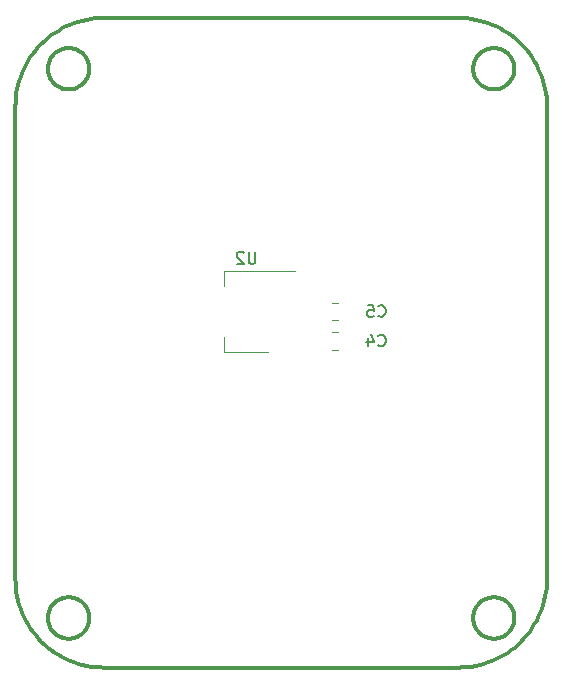
<source format=gbr>
%TF.GenerationSoftware,KiCad,Pcbnew,6.0.9+dfsg-1~bpo11+1*%
%TF.CreationDate,2022-12-30T14:53:09-06:00*%
%TF.ProjectId,Pedals,50656461-6c73-42e6-9b69-6361645f7063,rev?*%
%TF.SameCoordinates,Original*%
%TF.FileFunction,Legend,Bot*%
%TF.FilePolarity,Positive*%
%FSLAX46Y46*%
G04 Gerber Fmt 4.6, Leading zero omitted, Abs format (unit mm)*
G04 Created by KiCad (PCBNEW 6.0.9+dfsg-1~bpo11+1) date 2022-12-30 14:53:09*
%MOMM*%
%LPD*%
G01*
G04 APERTURE LIST*
%TA.AperFunction,Profile*%
%ADD10C,0.349999*%
%TD*%
%ADD11C,0.150000*%
%ADD12C,0.120000*%
G04 APERTURE END LIST*
D10*
X163336833Y-77300384D02*
X163402943Y-77352336D01*
X164097310Y-77664445D02*
X164183488Y-77679835D01*
X164359941Y-77697722D02*
X164449996Y-77699999D01*
X125210088Y-74988996D02*
X125421681Y-74687955D01*
X129208697Y-124027430D02*
X129284154Y-123988784D01*
X168510819Y-76621198D02*
X168625807Y-76968736D01*
X165852333Y-121402946D02*
X165800381Y-121336836D01*
X129268735Y-71974189D02*
X129621871Y-71876192D01*
X162911211Y-76784153D02*
X162953349Y-76857438D01*
X126702277Y-122540054D02*
X126709035Y-122628927D01*
X164012643Y-124144904D02*
X164097310Y-124164445D01*
X130144905Y-76387352D02*
X130164446Y-76302685D01*
X128921198Y-72089177D02*
X129268735Y-71974189D01*
X165745378Y-77126660D02*
X165800381Y-77063162D01*
X126953353Y-123357438D02*
X126998872Y-123428441D01*
X130190964Y-76128927D02*
X130197722Y-76040054D01*
X129563162Y-77300384D02*
X129626660Y-77245381D01*
X168913296Y-78408717D02*
X168940779Y-78778096D01*
X129626660Y-121154617D02*
X129563162Y-121099614D01*
X125013959Y-75299323D02*
X125210088Y-74988996D01*
X164449996Y-77699999D02*
X164449996Y-77699999D01*
X166093807Y-75348290D02*
X166062472Y-75268820D01*
X131449999Y-71650000D02*
X161449996Y-71650000D01*
X123986700Y-78408717D02*
X124032193Y-78042476D01*
X130179835Y-122716507D02*
X130190964Y-122628927D01*
X127768820Y-124062475D02*
X127848290Y-124093810D01*
X127288995Y-72910088D02*
X127599322Y-72713959D01*
X124669112Y-75945376D02*
X124833549Y-75618321D01*
X165912041Y-73121681D02*
X166203181Y-73348484D01*
X126755094Y-122012646D02*
X126735553Y-122097313D01*
X129563162Y-121099614D02*
X129497053Y-121047662D01*
X166093807Y-123051708D02*
X166121319Y-122970396D01*
X164628923Y-124190964D02*
X164716504Y-124179835D01*
X165051705Y-124093810D02*
X165131175Y-124062475D01*
X130164446Y-122097313D02*
X130144905Y-122012646D01*
X165357435Y-120953352D02*
X165284150Y-120911214D01*
X168804554Y-77679989D02*
X168867803Y-78042476D01*
X128802686Y-74235553D02*
X128716507Y-74220163D01*
X165208694Y-124027430D02*
X165284150Y-123988784D01*
X129208697Y-77527430D02*
X129284154Y-77488784D01*
X128887352Y-124144904D02*
X128970396Y-124121323D01*
X129745381Y-121273338D02*
X129687437Y-121212562D01*
X125890241Y-74116192D02*
X126146699Y-73846699D01*
X166190961Y-122628927D02*
X166197719Y-122540054D01*
X163402943Y-123852336D02*
X163471554Y-123901127D01*
X165901124Y-121471557D02*
X165852333Y-121402946D01*
X128271072Y-74209034D02*
X128183491Y-74220163D01*
X162755091Y-122887352D02*
X162778672Y-122970396D01*
X128449999Y-120699999D02*
X128449999Y-120699999D01*
X128449999Y-124199999D02*
X128449999Y-124199999D01*
X129626660Y-123745381D02*
X129687437Y-123687436D01*
X130121323Y-122970396D02*
X130144905Y-122887352D01*
X162998868Y-74971557D02*
X162953349Y-75042560D01*
X129946646Y-75042560D02*
X129901127Y-74971557D01*
X125648483Y-123903185D02*
X125421681Y-123612045D01*
X129800385Y-121336836D02*
X129745381Y-121273338D01*
X127154617Y-123626660D02*
X127212562Y-123687436D01*
X124274189Y-121331264D02*
X124176192Y-120978129D01*
X162872565Y-75191301D02*
X162837519Y-75268820D01*
X162778672Y-75429602D02*
X162755091Y-75512646D01*
X166483805Y-73590241D02*
X166753299Y-73846699D01*
X168949996Y-119150000D02*
X168940779Y-119521903D01*
X164887349Y-124144904D02*
X164970393Y-124121323D01*
X162720160Y-76216507D02*
X162735550Y-76302685D01*
X166199996Y-122449999D02*
X166199996Y-122449999D01*
X166179832Y-122716507D02*
X166190961Y-122628927D01*
X126702277Y-122359944D02*
X126700000Y-122449999D01*
X167886037Y-123000677D02*
X167689909Y-123311004D01*
X163047659Y-74902946D02*
X162998868Y-74971557D01*
X165852333Y-76997052D02*
X165901124Y-76928441D01*
X129626660Y-74654617D02*
X129563162Y-74599614D01*
X129428441Y-77401127D02*
X129497053Y-77352336D01*
X127336837Y-123800384D02*
X127402946Y-123852336D01*
X162735550Y-76302685D02*
X162755091Y-76387352D01*
X166199996Y-75949999D02*
X166197719Y-75859944D01*
X130093810Y-121848290D02*
X130062476Y-121768820D01*
X125421681Y-123612045D02*
X125210088Y-123311004D01*
X128012647Y-74255094D02*
X127929603Y-74278675D01*
X130027430Y-76708697D02*
X130062476Y-76631178D01*
X129357438Y-77446646D02*
X129428441Y-77401127D01*
X163212559Y-121212562D02*
X163154614Y-121273338D01*
X126806189Y-76551708D02*
X126837523Y-76631178D01*
X127615845Y-120911214D02*
X127542560Y-120953352D01*
X124176192Y-77321871D02*
X124274189Y-76968736D01*
X130062476Y-123131178D02*
X130093810Y-123051708D01*
X129621871Y-126423808D02*
X129268735Y-126325811D01*
X126696815Y-124951517D02*
X126416192Y-124709760D01*
X165131175Y-120837523D02*
X165051705Y-120806188D01*
X164970393Y-74278675D02*
X164887349Y-74255094D01*
X131449999Y-71650000D02*
X131449999Y-71650000D01*
X128802686Y-124164445D02*
X128887352Y-124144904D01*
X130093810Y-123051708D02*
X130121323Y-122970396D01*
X162911211Y-121615845D02*
X162872565Y-121691301D01*
X162720160Y-75683491D02*
X162709031Y-75771071D01*
X165284150Y-123988784D02*
X165357435Y-123946646D01*
X130199999Y-75949999D02*
X130199999Y-75949999D01*
X168867803Y-120257523D02*
X168804554Y-120620010D01*
X131449999Y-126650000D02*
X131449999Y-126650000D01*
X166197719Y-122359944D02*
X166190961Y-122271071D01*
X165131175Y-124062475D02*
X165208694Y-124027430D01*
X162911211Y-75115845D02*
X162872565Y-75191301D01*
X130027430Y-123208697D02*
X130062476Y-123131178D01*
X163615842Y-120911214D02*
X163542557Y-120953352D01*
X163631260Y-126325811D02*
X163278125Y-126423808D01*
X126720163Y-122183491D02*
X126709035Y-122271071D01*
X128802686Y-77664445D02*
X128887352Y-77644904D01*
X164359941Y-74202276D02*
X164271068Y-74209034D01*
X163615842Y-74411214D02*
X163542557Y-74453352D01*
X165284150Y-74411214D02*
X165208694Y-74372568D01*
X126953353Y-76857438D02*
X126998872Y-76928441D01*
X126735553Y-75597313D02*
X126720163Y-75683491D01*
X162709031Y-75771071D02*
X162702273Y-75859944D01*
X127154617Y-77126660D02*
X127212562Y-77187436D01*
X166062472Y-76631178D02*
X166093807Y-76551708D01*
X127099614Y-77063162D02*
X127154617Y-77126660D01*
X162837519Y-75268820D02*
X162806185Y-75348290D01*
X123959217Y-78778096D02*
X123986700Y-78408717D01*
X127848290Y-74306188D02*
X127768820Y-74337523D01*
X164981675Y-72533549D02*
X165300674Y-72713959D01*
X166062472Y-121768820D02*
X166027427Y-121691301D01*
X129131179Y-74337523D02*
X129051708Y-74306188D01*
X124833549Y-122681679D02*
X124669112Y-122354623D01*
X127336837Y-121099614D02*
X127273339Y-121154617D01*
X166753299Y-124453303D02*
X166753299Y-124453303D01*
X162720160Y-122716507D02*
X162735550Y-122802685D01*
X128970396Y-120778675D02*
X128887352Y-120755094D01*
X126998872Y-74971557D02*
X126953353Y-75042560D01*
X166190961Y-76128927D02*
X166197719Y-76040054D01*
X127099614Y-74836836D02*
X127047662Y-74902946D01*
X168379093Y-122020126D02*
X168230884Y-122354623D01*
X129687437Y-74712562D02*
X129626660Y-74654617D01*
X126735553Y-122802685D02*
X126755094Y-122887352D01*
X165497049Y-74547662D02*
X165428438Y-74498871D01*
X127047662Y-123497052D02*
X127099614Y-123563162D01*
X164540051Y-124197722D02*
X164628923Y-124190964D01*
X166199996Y-75949999D02*
X166199996Y-75949999D01*
X163099611Y-123563162D02*
X163154614Y-123626660D01*
X129051708Y-120806188D02*
X128970396Y-120778675D01*
X130179835Y-75683491D02*
X130164446Y-75597313D01*
X127599322Y-72713959D02*
X127918321Y-72533549D01*
X166190961Y-75771071D02*
X166179832Y-75683491D01*
X130197722Y-122540054D02*
X130199999Y-122449999D01*
X162920006Y-126504558D02*
X162557519Y-126567807D01*
X165626657Y-77245381D02*
X165687433Y-77187436D01*
X164449996Y-120699999D02*
X164449996Y-120699999D01*
X163278125Y-126423808D02*
X162920006Y-126504558D01*
X126700000Y-75949999D02*
X126702277Y-76040054D01*
X127929603Y-120778675D02*
X127848290Y-120806188D01*
X129208697Y-74372568D02*
X129131179Y-74337523D01*
X124520903Y-122020126D02*
X124389177Y-121678801D01*
X127154617Y-121273338D02*
X127099614Y-121336836D01*
X168949996Y-119150000D02*
X168949996Y-119150000D01*
X128579873Y-72220903D02*
X128921198Y-72089177D01*
X129051708Y-74306188D02*
X128970396Y-74278675D01*
X123950000Y-119150000D02*
X123950000Y-79150000D01*
X128628927Y-77690964D02*
X128716507Y-77679835D01*
X166753299Y-124453303D02*
X166483805Y-124709760D01*
X163273335Y-74654617D02*
X163212559Y-74712562D01*
X165428438Y-74498871D02*
X165357435Y-74453352D01*
X126872568Y-76708697D02*
X126911215Y-76784153D01*
X164320122Y-126079096D02*
X163978797Y-126210822D01*
X164540051Y-74202276D02*
X164449996Y-74199999D01*
X163929599Y-74278675D02*
X163848287Y-74306188D01*
X129988784Y-121615845D02*
X129946646Y-121542560D01*
X126911215Y-123284153D02*
X126953353Y-123357438D01*
X128802686Y-120735553D02*
X128716507Y-120720163D01*
X162702273Y-122359944D02*
X162699996Y-122449999D01*
X127336837Y-74599614D02*
X127273339Y-74654617D01*
X166027427Y-76708697D02*
X166062472Y-76631178D01*
X131078096Y-71659217D02*
X131449999Y-71650000D01*
X164359941Y-120702276D02*
X164271068Y-120709034D01*
X127471557Y-123901127D02*
X127542560Y-123946646D01*
X165497049Y-77352336D02*
X165563159Y-77300384D01*
X163848287Y-124093810D02*
X163929599Y-124121323D01*
X127212562Y-74712562D02*
X127154617Y-74773338D01*
X129979989Y-71795442D02*
X130342476Y-71732193D01*
X165051705Y-74306188D02*
X164970393Y-74278675D01*
X165300674Y-72713959D02*
X165611001Y-72910088D01*
X127154617Y-74773338D02*
X127099614Y-74836836D01*
X166121319Y-76470396D02*
X166144901Y-76387352D01*
X129852337Y-74902946D02*
X129800385Y-74836836D01*
X164183488Y-120720163D02*
X164097310Y-120735553D01*
X126872568Y-75191301D02*
X126837523Y-75268820D01*
X128449999Y-77699999D02*
X128449999Y-77699999D01*
X165051705Y-77593810D02*
X165131175Y-77562475D01*
X166197719Y-122540054D02*
X166199996Y-122449999D01*
X163768817Y-77562475D02*
X163848287Y-77593810D01*
X127929603Y-124121323D02*
X128012647Y-124144904D01*
X128716507Y-77679835D02*
X128802686Y-77664445D01*
X168949996Y-79150000D02*
X168949996Y-119150000D01*
X161449996Y-71650000D02*
X161449996Y-71650000D01*
X162702273Y-76040054D02*
X162709031Y-76128927D01*
X166062472Y-75268820D02*
X166027427Y-75191301D01*
X129745381Y-77126660D02*
X129800385Y-77063162D01*
X127691302Y-74372568D02*
X127615845Y-74411214D01*
X127848290Y-120806188D02*
X127768820Y-120837523D01*
X168723804Y-77321871D02*
X168804554Y-77679989D01*
X130144905Y-122012646D02*
X130121323Y-121929602D01*
X127212562Y-77187436D02*
X127273339Y-77245381D01*
X127402946Y-121047662D02*
X127336837Y-121099614D01*
X129901127Y-76928441D02*
X129946646Y-76857438D01*
X129497053Y-123852336D02*
X129563162Y-123800384D01*
X128921198Y-126210822D02*
X128579873Y-126079096D01*
X168066447Y-122681679D02*
X167886037Y-123000677D01*
X129208697Y-120872568D02*
X129131179Y-120837523D01*
X128183491Y-74220163D02*
X128097313Y-74235553D01*
X125648483Y-74396816D02*
X125890241Y-74116192D01*
X165687433Y-123687436D02*
X165745378Y-123626660D01*
X163978797Y-72089177D02*
X164320122Y-72220903D01*
X127273339Y-123745381D02*
X127336837Y-123800384D01*
X165563159Y-121099614D02*
X165497049Y-121047662D01*
X165988781Y-121615845D02*
X165946643Y-121542560D01*
X165563159Y-77300384D02*
X165626657Y-77245381D01*
X130342476Y-126567807D02*
X129979989Y-126504558D01*
X123950000Y-79150000D02*
X123959217Y-78778096D01*
X129946646Y-121542560D02*
X129901127Y-121471557D01*
X127929603Y-77621323D02*
X128012647Y-77644904D01*
X164802682Y-120735553D02*
X164716504Y-120720163D01*
X130199999Y-122449999D02*
X130199999Y-122449999D01*
X124520903Y-76279874D02*
X124669112Y-75945376D01*
X126416192Y-73590241D02*
X126696815Y-73348484D01*
X129988784Y-75115845D02*
X129946646Y-75042560D01*
X162837519Y-121768820D02*
X162806185Y-121848290D01*
X130062476Y-75268820D02*
X130027430Y-75191301D01*
X165946643Y-75042560D02*
X165901124Y-74971557D01*
X127768820Y-120837523D02*
X127691302Y-120872568D01*
X164716504Y-77679835D02*
X164802682Y-77664445D01*
X163691298Y-77527430D02*
X163768817Y-77562475D01*
X163047659Y-76997052D02*
X163099611Y-77063162D01*
X126998872Y-123428441D02*
X127047662Y-123497052D01*
X164359941Y-124197722D02*
X164449996Y-124199999D01*
X166144901Y-75512646D02*
X166121319Y-75429602D01*
X162699996Y-75949999D02*
X162699996Y-75949999D01*
X165852333Y-123497052D02*
X165901124Y-123428441D01*
X163273335Y-77245381D02*
X163336833Y-77300384D01*
X164970393Y-77621323D02*
X165051705Y-77593810D01*
X168230884Y-122354623D02*
X168066447Y-122681679D01*
X162872565Y-76708697D02*
X162911211Y-76784153D01*
X128887352Y-120755094D02*
X128802686Y-120735553D01*
X164887349Y-74255094D02*
X164802682Y-74235553D01*
X128245376Y-125930888D02*
X127918321Y-125766451D01*
X168949996Y-79150000D02*
X168949996Y-79150000D01*
X163929599Y-77621323D02*
X164012643Y-77644904D01*
X130164446Y-75597313D02*
X130144905Y-75512646D01*
X129497053Y-77352336D02*
X129563162Y-77300384D01*
X128359944Y-120702276D02*
X128271072Y-120709034D01*
X164097310Y-124164445D02*
X164183488Y-124179835D01*
X123986700Y-119891283D02*
X123959217Y-119521903D01*
X164271068Y-77690964D02*
X164359941Y-77697722D01*
X164012643Y-120755094D02*
X163929599Y-120778675D01*
X168867803Y-78042476D02*
X168913296Y-78408717D01*
X165563159Y-123800384D02*
X165626657Y-123745381D01*
X167009756Y-74116192D02*
X167251513Y-74396816D01*
X163099611Y-77063162D02*
X163154614Y-77126660D01*
X129852337Y-123497052D02*
X129901127Y-123428441D01*
X166199996Y-122449999D02*
X166199996Y-122449999D01*
X130197722Y-76040054D02*
X130199999Y-75949999D01*
X165852333Y-74902946D02*
X165800381Y-74836836D01*
X128097313Y-124164445D02*
X128183491Y-124179835D01*
X129428441Y-123901127D02*
X129497053Y-123852336D01*
X164449996Y-120699999D02*
X164359941Y-120702276D01*
X164271068Y-120709034D02*
X164183488Y-120720163D01*
X164716504Y-120720163D02*
X164628923Y-120709034D01*
X126755094Y-76387352D02*
X126778676Y-76470396D01*
X163768817Y-120837523D02*
X163691298Y-120872568D01*
X130190964Y-75771071D02*
X130179835Y-75683491D01*
X126720163Y-76216507D02*
X126735553Y-76302685D01*
X130164446Y-76302685D02*
X130179835Y-76216507D01*
X163471554Y-77401127D02*
X163542557Y-77446646D01*
X166164442Y-122802685D02*
X166179832Y-122716507D01*
X127273339Y-74654617D02*
X127212562Y-74712562D01*
X164097310Y-74235553D02*
X164012643Y-74255094D01*
X130164446Y-122802685D02*
X130179835Y-122716507D01*
X166190961Y-122271071D02*
X166179832Y-122183491D01*
X162191279Y-126613300D02*
X161821900Y-126640782D01*
X166164442Y-76302685D02*
X166179832Y-76216507D01*
X129946646Y-123357438D02*
X129988784Y-123284153D01*
X128628927Y-120709034D02*
X128540054Y-120702276D01*
X124095442Y-120620010D02*
X124032193Y-120257523D01*
X128359944Y-77697722D02*
X128449999Y-77699999D01*
X129800385Y-74836836D02*
X129745381Y-74773338D01*
X166093807Y-121848290D02*
X166062472Y-121768820D01*
X126709035Y-76128927D02*
X126720163Y-76216507D01*
X130027430Y-75191301D02*
X129988784Y-75115845D01*
X165901124Y-74971557D02*
X165852333Y-74902946D01*
X126872568Y-123208697D02*
X126911215Y-123284153D01*
X166144901Y-122012646D02*
X166121319Y-121929602D01*
X126735553Y-76302685D02*
X126755094Y-76387352D01*
X168625807Y-121331264D02*
X168510819Y-121678801D01*
X128970396Y-74278675D02*
X128887352Y-74255094D01*
X130062476Y-76631178D02*
X130093810Y-76551708D01*
X129621871Y-71876192D02*
X129979989Y-71795442D01*
X165051705Y-120806188D02*
X164970393Y-120778675D01*
X165946643Y-121542560D02*
X165901124Y-121471557D01*
X167689909Y-74988996D02*
X167886037Y-75299323D01*
X129901127Y-74971557D02*
X129852337Y-74902946D01*
X126806189Y-75348290D02*
X126778676Y-75429602D01*
X126700000Y-122449999D02*
X126700000Y-122449999D01*
X126720163Y-122716507D02*
X126735553Y-122802685D01*
X127099614Y-123563162D02*
X127154617Y-123626660D01*
X127402946Y-77352336D02*
X127471557Y-77401127D01*
X129284154Y-74411214D02*
X129208697Y-74372568D01*
X128540054Y-74202276D02*
X128449999Y-74199999D01*
X130708716Y-126613300D02*
X130342476Y-126567807D01*
X161821900Y-126640782D02*
X161449996Y-126650000D01*
X166093807Y-76551708D02*
X166121319Y-76470396D01*
X126911215Y-121615845D02*
X126872568Y-121691301D01*
X128097313Y-77664445D02*
X128183491Y-77679835D01*
X163273335Y-123745381D02*
X163336833Y-123800384D01*
X126998872Y-76928441D02*
X127047662Y-76997052D01*
X124095442Y-77679989D02*
X124176192Y-77321871D01*
X129428441Y-120998871D02*
X129357438Y-120953352D01*
X168510819Y-121678801D02*
X168379093Y-122020126D01*
X163471554Y-74498871D02*
X163402943Y-74547662D01*
X161449996Y-71650000D02*
X161821900Y-71659217D01*
X163471554Y-123901127D02*
X163542557Y-123946646D01*
X129268735Y-126325811D02*
X128921198Y-126210822D01*
X129497053Y-121047662D02*
X129428441Y-120998871D01*
X129687437Y-121212562D02*
X129626660Y-121154617D01*
X127615845Y-74411214D02*
X127542560Y-74453352D01*
X127336837Y-77300384D02*
X127402946Y-77352336D01*
X162806185Y-75348290D02*
X162778672Y-75429602D01*
X163336833Y-74599614D02*
X163273335Y-74654617D01*
X126953353Y-121542560D02*
X126911215Y-121615845D01*
X161449996Y-126650000D02*
X131449999Y-126650000D01*
X130121323Y-75429602D02*
X130093810Y-75348290D01*
X164887349Y-77644904D02*
X164970393Y-77621323D01*
X163631260Y-71974189D02*
X163978797Y-72089177D01*
X126806189Y-121848290D02*
X126778676Y-121929602D01*
X128579873Y-126079096D02*
X128245376Y-125930888D01*
X163154614Y-121273338D02*
X163099611Y-121336836D01*
X128449999Y-74199999D02*
X128449999Y-74199999D01*
X129357438Y-123946646D02*
X129428441Y-123901127D01*
X162806185Y-76551708D02*
X162837519Y-76631178D01*
X127615845Y-77488784D02*
X127691302Y-77527430D01*
X162735550Y-122802685D02*
X162755091Y-122887352D01*
X127542560Y-77446646D02*
X127615845Y-77488784D01*
X162557519Y-126567807D02*
X162191279Y-126613300D01*
X126987955Y-125178320D02*
X126696815Y-124951517D01*
X127615845Y-123988784D02*
X127691302Y-124027430D01*
X129988784Y-76784153D02*
X130027430Y-76708697D01*
X128716507Y-74220163D02*
X128628927Y-74209034D01*
X165745378Y-123626660D02*
X165800381Y-123563162D01*
X163471554Y-120998871D02*
X163402943Y-121047662D01*
X128183491Y-124179835D02*
X128271072Y-124190964D01*
X166121319Y-75429602D02*
X166093807Y-75348290D01*
X163154614Y-77126660D02*
X163212559Y-77187436D01*
X163542557Y-120953352D02*
X163471554Y-120998871D01*
X168230884Y-75945376D02*
X168379093Y-76279874D01*
X164012643Y-74255094D02*
X163929599Y-74278675D01*
X129979989Y-126504558D02*
X129621871Y-126423808D01*
X128449999Y-74199999D02*
X128359944Y-74202276D01*
X128359944Y-124197722D02*
X128449999Y-124199999D01*
X162709031Y-122271071D02*
X162702273Y-122359944D01*
X124833549Y-75618321D02*
X125013959Y-75299323D01*
X164449996Y-74199999D02*
X164359941Y-74202276D01*
X165131175Y-77562475D02*
X165208694Y-77527430D01*
X165497049Y-123852336D02*
X165563159Y-123800384D01*
X163336833Y-121099614D02*
X163273335Y-121154617D01*
X129745381Y-123626660D02*
X129800385Y-123563162D01*
X128183491Y-120720163D02*
X128097313Y-120735553D01*
X162953349Y-121542560D02*
X162911211Y-121615845D01*
X124389177Y-121678801D02*
X124274189Y-121331264D01*
X127691302Y-120872568D02*
X127615845Y-120911214D01*
X127929603Y-74278675D02*
X127848290Y-74306188D01*
X162778672Y-76470396D02*
X162806185Y-76551708D01*
X165208694Y-77527430D02*
X165284150Y-77488784D01*
X128628927Y-124190964D02*
X128716507Y-124179835D01*
X165357435Y-77446646D02*
X165428438Y-77401127D01*
X128271072Y-77690964D02*
X128359944Y-77697722D01*
X162837519Y-76631178D02*
X162872565Y-76708697D01*
X163691298Y-120872568D02*
X163615842Y-120911214D01*
X163768817Y-124062475D02*
X163848287Y-124093810D01*
X165800381Y-121336836D02*
X165745378Y-121273338D01*
X168940779Y-78778096D02*
X168949996Y-79150000D01*
X129800385Y-123563162D02*
X129852337Y-123497052D01*
X130144905Y-75512646D02*
X130121323Y-75429602D01*
X163768817Y-74337523D02*
X163691298Y-74372568D01*
X166199996Y-122449999D02*
X166197719Y-122359944D01*
X165497049Y-121047662D02*
X165428438Y-120998871D01*
X129946646Y-76857438D02*
X129988784Y-76784153D01*
X126702277Y-75859944D02*
X126700000Y-75949999D01*
X162709031Y-122628927D02*
X162720160Y-122716507D01*
X164628923Y-74209034D02*
X164540051Y-74202276D01*
X164271068Y-74209034D02*
X164183488Y-74220163D01*
X163402943Y-77352336D02*
X163471554Y-77401127D01*
X165988781Y-75115845D02*
X165946643Y-75042560D01*
X164320122Y-72220903D02*
X164654620Y-72369112D01*
X130062476Y-121768820D02*
X130027430Y-121691301D01*
X164716504Y-74220163D02*
X164628923Y-74209034D01*
X167886037Y-75299323D02*
X168066447Y-75618321D01*
X126778676Y-76470396D02*
X126806189Y-76551708D01*
X124669112Y-122354623D02*
X124520903Y-122020126D01*
X127099614Y-121336836D02*
X127047662Y-121402946D01*
X163212559Y-77187436D02*
X163273335Y-77245381D01*
X166164442Y-122097313D02*
X166144901Y-122012646D01*
X167689909Y-123311004D02*
X167478316Y-123612045D01*
X130199999Y-122449999D02*
X130197722Y-122359944D01*
X130190964Y-122271071D02*
X130179835Y-122183491D01*
X163154614Y-74773338D02*
X163099611Y-74836836D01*
X127848290Y-77593810D02*
X127929603Y-77621323D01*
X129626660Y-77245381D02*
X129687437Y-77187436D01*
X163848287Y-120806188D02*
X163768817Y-120837523D01*
X165626657Y-121154617D02*
X165563159Y-121099614D01*
X126911215Y-75115845D02*
X126872568Y-75191301D01*
X165687433Y-121212562D02*
X165626657Y-121154617D01*
X166753299Y-73846699D02*
X166753299Y-73846699D01*
X130121323Y-76470396D02*
X130144905Y-76387352D01*
X163212559Y-74712562D02*
X163154614Y-74773338D01*
X126837523Y-76631178D02*
X126872568Y-76708697D01*
X128540054Y-124197722D02*
X128628927Y-124190964D01*
X128887352Y-77644904D02*
X128970396Y-77621323D01*
X165800381Y-123563162D02*
X165852333Y-123497052D01*
X164802682Y-74235553D02*
X164716504Y-74220163D01*
X165626657Y-123745381D02*
X165687433Y-123687436D01*
X130093810Y-76551708D02*
X130121323Y-76470396D01*
X128449999Y-120699999D02*
X128359944Y-120702276D01*
X164449996Y-74199999D02*
X164449996Y-74199999D01*
X130342476Y-71732193D02*
X130708716Y-71686700D01*
X130197722Y-122359944D02*
X130190964Y-122271071D01*
X164628923Y-120709034D02*
X164540051Y-120702276D01*
X126700000Y-122449999D02*
X126702277Y-122540054D01*
X166203181Y-73348484D02*
X166483805Y-73590241D01*
X163402943Y-121047662D02*
X163336833Y-121099614D01*
X126416192Y-124709760D02*
X126146699Y-124453303D01*
X161821900Y-71659217D02*
X162191279Y-71686700D01*
X128628927Y-74209034D02*
X128540054Y-74202276D01*
X126720163Y-75683491D02*
X126709035Y-75771071D01*
X167478316Y-123612045D02*
X167251513Y-123903185D01*
X127047662Y-121402946D02*
X126998872Y-121471557D01*
X164097310Y-120735553D02*
X164012643Y-120755094D01*
X128012647Y-77644904D02*
X128097313Y-77664445D01*
X162720160Y-122183491D02*
X162709031Y-122271071D01*
X162998868Y-123428441D02*
X163047659Y-123497052D01*
X126709035Y-122628927D02*
X126720163Y-122716507D01*
X166203181Y-124951517D02*
X165912041Y-125178320D01*
X165687433Y-74712562D02*
X165626657Y-74654617D01*
X162778672Y-122970396D02*
X162806185Y-123051708D01*
X166027427Y-121691301D02*
X165988781Y-121615845D01*
X162872565Y-123208697D02*
X162911211Y-123284153D01*
X130179835Y-76216507D02*
X130190964Y-76128927D01*
X162755091Y-122012646D02*
X162735550Y-122097313D01*
X163542557Y-74453352D02*
X163471554Y-74498871D01*
X168940779Y-119521903D02*
X168913296Y-119891283D01*
X166483805Y-124709760D02*
X166203181Y-124951517D01*
X162755091Y-76387352D02*
X162778672Y-76470396D01*
X163047659Y-123497052D02*
X163099611Y-123563162D01*
X126806189Y-123051708D02*
X126837523Y-123131178D01*
X165626657Y-74654617D02*
X165563159Y-74599614D01*
X165901124Y-76928441D02*
X165946643Y-76857438D01*
X165563159Y-74599614D02*
X165497049Y-74547662D01*
X164540051Y-77697722D02*
X164628923Y-77690964D01*
X164887349Y-120755094D02*
X164802682Y-120735553D01*
X165284150Y-77488784D02*
X165357435Y-77446646D01*
X166179832Y-122183491D02*
X166164442Y-122097313D01*
X127288995Y-125389912D02*
X126987955Y-125178320D01*
X130121323Y-121929602D02*
X130093810Y-121848290D01*
X165687433Y-77187436D02*
X165745378Y-77126660D01*
X162709031Y-76128927D02*
X162720160Y-76216507D01*
X165300674Y-125586041D02*
X164981675Y-125766451D01*
X127047662Y-74902946D02*
X126998872Y-74971557D01*
X127273339Y-121154617D02*
X127212562Y-121212562D01*
X126778676Y-121929602D02*
X126755094Y-122012646D01*
X164449996Y-124199999D02*
X164449996Y-124199999D01*
X163691298Y-74372568D02*
X163615842Y-74411214D01*
X128970396Y-124121323D02*
X129051708Y-124093810D01*
X129745381Y-74773338D02*
X129687437Y-74712562D01*
X125890241Y-124183809D02*
X125648483Y-123903185D01*
X165611001Y-72910088D02*
X165912041Y-73121681D01*
X163848287Y-77593810D02*
X163929599Y-77621323D01*
X128970396Y-77621323D02*
X129051708Y-77593810D01*
X166164442Y-75597313D02*
X166144901Y-75512646D01*
X128716507Y-124179835D02*
X128802686Y-124164445D01*
X127471557Y-74498871D02*
X127402946Y-74547662D01*
X130708716Y-71686700D02*
X131078096Y-71659217D01*
X128097313Y-74235553D02*
X128012647Y-74255094D01*
X125210088Y-123311004D02*
X125013959Y-123000677D01*
X165428438Y-123901127D02*
X165497049Y-123852336D01*
X126146699Y-124453303D02*
X125890241Y-124183809D01*
X127471557Y-77401127D02*
X127542560Y-77446646D01*
X165131175Y-74337523D02*
X165051705Y-74306188D01*
X128716507Y-120720163D02*
X128628927Y-120709034D01*
X131449999Y-126650000D02*
X131078096Y-126640782D01*
X128449999Y-124199999D02*
X128540054Y-124197722D01*
X164183488Y-77679835D02*
X164271068Y-77690964D01*
X130199999Y-75949999D02*
X130197722Y-75859944D01*
X162998868Y-76928441D02*
X163047659Y-76997052D01*
X126146699Y-124453303D02*
X126146699Y-124453303D01*
X126700000Y-75949999D02*
X126700000Y-75949999D01*
X126778676Y-75429602D02*
X126755094Y-75512646D01*
X168804554Y-120620010D02*
X168723804Y-120978129D01*
X130144905Y-122887352D02*
X130164446Y-122802685D01*
X165428438Y-120998871D02*
X165357435Y-120953352D01*
X166753299Y-73846699D02*
X167009756Y-74116192D01*
X161449996Y-126650000D02*
X161449996Y-126650000D01*
X125421681Y-74687955D02*
X125648483Y-74396816D01*
X123950000Y-79150000D02*
X123950000Y-79150000D01*
X127273339Y-77245381D02*
X127336837Y-77300384D01*
X127471557Y-120998871D02*
X127402946Y-121047662D01*
X128183491Y-77679835D02*
X128271072Y-77690964D01*
X163542557Y-123946646D02*
X163615842Y-123988784D01*
X165745378Y-121273338D02*
X165687433Y-121212562D01*
X130027430Y-121691301D02*
X129988784Y-121615845D01*
X131078096Y-126640782D02*
X130708716Y-126613300D01*
X165800381Y-74836836D02*
X165745378Y-74773338D01*
X166027427Y-75191301D02*
X165988781Y-75115845D01*
X126837523Y-75268820D02*
X126806189Y-75348290D01*
X126987955Y-73121681D02*
X127288995Y-72910088D01*
X163691298Y-124027430D02*
X163768817Y-124062475D01*
X128271072Y-124190964D02*
X128359944Y-124197722D01*
X162702273Y-122540054D02*
X162709031Y-122628927D01*
X130179835Y-122183491D02*
X130164446Y-122097313D01*
X127047662Y-76997052D02*
X127099614Y-77063162D01*
X126709035Y-75771071D02*
X126702277Y-75859944D01*
X126696815Y-73348484D02*
X126987955Y-73121681D01*
X168379093Y-76279874D02*
X168510819Y-76621198D01*
X164449996Y-124199999D02*
X164540051Y-124197722D01*
X129051708Y-124093810D02*
X129131179Y-124062475D01*
X165901124Y-123428441D02*
X165946643Y-123357438D01*
X163212559Y-123687436D02*
X163273335Y-123745381D01*
X124389177Y-76621198D02*
X124520903Y-76279874D01*
X164271068Y-124190964D02*
X164359941Y-124197722D01*
X129131179Y-120837523D02*
X129051708Y-120806188D01*
X124176192Y-120978129D02*
X124095442Y-120620010D01*
X162920006Y-71795442D02*
X163278125Y-71876192D01*
X165357435Y-74453352D02*
X165284150Y-74411214D01*
X126709035Y-122271071D02*
X126702277Y-122359944D01*
X128449999Y-77699999D02*
X128540054Y-77697722D01*
X167251513Y-123903185D02*
X167009756Y-124183809D01*
X166121319Y-122970396D02*
X166144901Y-122887352D01*
X128540054Y-120702276D02*
X128449999Y-120699999D01*
X164802682Y-77664445D02*
X164887349Y-77644904D01*
X164183488Y-74220163D02*
X164097310Y-74235553D01*
X165946643Y-123357438D02*
X165988781Y-123284153D01*
X129687437Y-123687436D02*
X129745381Y-123626660D01*
X162778672Y-121929602D02*
X162755091Y-122012646D01*
X129284154Y-77488784D02*
X129357438Y-77446646D01*
X165800381Y-77063162D02*
X165852333Y-76997052D01*
X163154614Y-123626660D02*
X163212559Y-123687436D01*
X129901127Y-123428441D02*
X129946646Y-123357438D01*
X165208694Y-74372568D02*
X165131175Y-74337523D01*
X130199999Y-75949999D02*
X130199999Y-75949999D01*
X129428441Y-74498871D02*
X129357438Y-74453352D01*
X126146699Y-73846699D02*
X126416192Y-73590241D01*
X166197719Y-75859944D02*
X166190961Y-75771071D01*
X163099611Y-74836836D02*
X163047659Y-74902946D01*
X164183488Y-124179835D02*
X164271068Y-124190964D01*
X129988784Y-123284153D02*
X130027430Y-123208697D01*
X128097313Y-120735553D02*
X128012647Y-120755094D01*
X164628923Y-77690964D02*
X164716504Y-77679835D01*
X165745378Y-74773338D02*
X165687433Y-74712562D01*
X129852337Y-76997052D02*
X129901127Y-76928441D01*
X162735550Y-122097313D02*
X162720160Y-122183491D01*
X162699996Y-122449999D02*
X162699996Y-122449999D01*
X127402946Y-123852336D02*
X127471557Y-123901127D01*
X125013959Y-123000677D02*
X124833549Y-122681679D01*
X162872565Y-121691301D02*
X162837519Y-121768820D01*
X124032193Y-78042476D02*
X124095442Y-77679989D01*
X165988781Y-123284153D02*
X166027427Y-123208697D01*
X126911215Y-76784153D02*
X126953353Y-76857438D01*
X126872568Y-121691301D02*
X126837523Y-121768820D01*
X162953349Y-75042560D02*
X162911211Y-75115845D01*
X163929599Y-120778675D02*
X163848287Y-120806188D01*
X126837523Y-123131178D02*
X126872568Y-123208697D01*
X168723804Y-120978129D02*
X168625807Y-121331264D01*
X126953353Y-75042560D02*
X126911215Y-75115845D01*
X129563162Y-123800384D02*
X129626660Y-123745381D01*
X126735553Y-122097313D02*
X126720163Y-122183491D01*
X129687437Y-77187436D02*
X129745381Y-77126660D01*
X164970393Y-124121323D02*
X165051705Y-124093810D01*
X129497053Y-74547662D02*
X129428441Y-74498871D01*
X124274189Y-76968736D02*
X124389177Y-76621198D01*
X163542557Y-77446646D02*
X163615842Y-77488784D01*
X128359944Y-74202276D02*
X128271072Y-74209034D01*
X127768820Y-77562475D02*
X127848290Y-77593810D01*
X129357438Y-74453352D02*
X129284154Y-74411214D01*
X164981675Y-125766451D02*
X164654620Y-125930888D01*
X129131179Y-77562475D02*
X129208697Y-77527430D01*
X123959217Y-119521903D02*
X123950000Y-119150000D01*
X162806185Y-123051708D02*
X162837519Y-123131178D01*
X126837523Y-121768820D02*
X126806189Y-121848290D01*
X164540051Y-120702276D02*
X164449996Y-120699999D01*
X129901127Y-121471557D02*
X129852337Y-121402946D01*
X128012647Y-124144904D02*
X128097313Y-124164445D01*
X163402943Y-74547662D02*
X163336833Y-74599614D01*
X163099611Y-121336836D02*
X163047659Y-121402946D01*
X166199996Y-75949999D02*
X166199996Y-75949999D01*
X162998868Y-121471557D02*
X162953349Y-121542560D01*
X127918321Y-72533549D02*
X128245376Y-72369112D01*
X163615842Y-123988784D02*
X163691298Y-124027430D01*
X162699996Y-75949999D02*
X162702273Y-76040054D01*
X164716504Y-124179835D02*
X164802682Y-124164445D01*
X163615842Y-77488784D02*
X163691298Y-77527430D01*
X162837519Y-123131178D02*
X162872565Y-123208697D01*
X166027427Y-123208697D02*
X166062472Y-123131178D01*
X162953349Y-76857438D02*
X162998868Y-76928441D01*
X164012643Y-77644904D02*
X164097310Y-77664445D01*
X129284154Y-123988784D02*
X129357438Y-123946646D01*
X127542560Y-74453352D02*
X127471557Y-74498871D01*
X165988781Y-76784153D02*
X166027427Y-76708697D01*
X127848290Y-124093810D02*
X127929603Y-124121323D01*
X163978797Y-126210822D02*
X163631260Y-126325811D01*
X126778676Y-122970396D02*
X126806189Y-123051708D01*
X126702277Y-76040054D02*
X126709035Y-76128927D01*
X127542560Y-123946646D02*
X127615845Y-123988784D01*
X127542560Y-120953352D02*
X127471557Y-120998871D01*
X168066447Y-75618321D02*
X168230884Y-75945376D01*
X166062472Y-123131178D02*
X166093807Y-123051708D01*
X129852337Y-121402946D02*
X129800385Y-121336836D01*
X162702273Y-75859944D02*
X162699996Y-75949999D01*
X162806185Y-121848290D02*
X162778672Y-121929602D01*
X163848287Y-74306188D02*
X163768817Y-74337523D01*
X164802682Y-124164445D02*
X164887349Y-124144904D01*
X166144901Y-122887352D02*
X166164442Y-122802685D01*
X127918321Y-125766451D02*
X127599322Y-125586041D01*
X128887352Y-74255094D02*
X128802686Y-74235553D01*
X126755094Y-122887352D02*
X126778676Y-122970396D01*
X165208694Y-120872568D02*
X165131175Y-120837523D01*
X165284150Y-120911214D02*
X165208694Y-120872568D01*
X128012647Y-120755094D02*
X127929603Y-120778675D01*
X164970393Y-120778675D02*
X164887349Y-120755094D01*
X129284154Y-120911214D02*
X129208697Y-120872568D01*
X127212562Y-123687436D02*
X127273339Y-123745381D01*
X164654620Y-125930888D02*
X164320122Y-126079096D01*
X168625807Y-76968736D02*
X168723804Y-77321871D01*
X127402946Y-74547662D02*
X127336837Y-74599614D01*
X127212562Y-121212562D02*
X127154617Y-121273338D01*
X164449996Y-77699999D02*
X164540051Y-77697722D01*
X163273335Y-121154617D02*
X163212559Y-121212562D01*
X167478316Y-74687955D02*
X167689909Y-74988996D01*
X130093810Y-75348290D02*
X130062476Y-75268820D01*
X128271072Y-120709034D02*
X128183491Y-120720163D01*
X164654620Y-72369112D02*
X164981675Y-72533549D01*
X163278125Y-71876192D02*
X163631260Y-71974189D01*
X128540054Y-77697722D02*
X128628927Y-77690964D01*
X127768820Y-74337523D02*
X127691302Y-74372568D01*
X166144901Y-76387352D02*
X166164442Y-76302685D01*
X129563162Y-74599614D02*
X129497053Y-74547662D01*
X166179832Y-76216507D02*
X166190961Y-76128927D01*
X130197722Y-75859944D02*
X130190964Y-75771071D01*
X165428438Y-77401127D02*
X165497049Y-77352336D01*
X127691302Y-77527430D02*
X127768820Y-77562475D01*
X162557519Y-71732193D02*
X162920006Y-71795442D01*
X126998872Y-121471557D02*
X126953353Y-121542560D01*
X124032193Y-120257523D02*
X123986700Y-119891283D01*
X165611001Y-125389912D02*
X165300674Y-125586041D01*
X130190964Y-122628927D02*
X130197722Y-122540054D01*
X127691302Y-124027430D02*
X127768820Y-124062475D01*
X162953349Y-123357438D02*
X162998868Y-123428441D01*
X163929599Y-124121323D02*
X164012643Y-124144904D01*
X162191279Y-71686700D02*
X162557519Y-71732193D01*
X167251513Y-74396816D02*
X167478316Y-74687955D01*
X162755091Y-75512646D02*
X162735550Y-75597313D01*
X129051708Y-77593810D02*
X129131179Y-77562475D01*
X162735550Y-75597313D02*
X162720160Y-75683491D01*
X162699996Y-122449999D02*
X162702273Y-122540054D01*
X127599322Y-125586041D02*
X127288995Y-125389912D01*
X167009756Y-124183809D02*
X166753299Y-124453303D01*
X163047659Y-121402946D02*
X162998868Y-121471557D01*
X129357438Y-120953352D02*
X129284154Y-120911214D01*
X166121319Y-121929602D02*
X166093807Y-121848290D01*
X165912041Y-125178320D02*
X165611001Y-125389912D01*
X165357435Y-123946646D02*
X165428438Y-123901127D01*
X129131179Y-124062475D02*
X129208697Y-124027430D01*
X165946643Y-76857438D02*
X165988781Y-76784153D01*
X168913296Y-119891283D02*
X168867803Y-120257523D01*
X163336833Y-123800384D02*
X163402943Y-123852336D01*
X130199999Y-122449999D02*
X130199999Y-122449999D01*
X129800385Y-77063162D02*
X129852337Y-76997052D01*
X166179832Y-75683491D02*
X166164442Y-75597313D01*
X126146699Y-73846699D02*
X126146699Y-73846699D01*
X162911211Y-123284153D02*
X162953349Y-123357438D01*
X126755094Y-75512646D02*
X126735553Y-75597313D01*
X128245376Y-72369112D02*
X128579873Y-72220903D01*
X166197719Y-76040054D02*
X166199996Y-75949999D01*
D11*
%TO.C,C4*%
X154666666Y-99357142D02*
X154714285Y-99404761D01*
X154857142Y-99452380D01*
X154952380Y-99452380D01*
X155095238Y-99404761D01*
X155190476Y-99309523D01*
X155238095Y-99214285D01*
X155285714Y-99023809D01*
X155285714Y-98880952D01*
X155238095Y-98690476D01*
X155190476Y-98595238D01*
X155095238Y-98500000D01*
X154952380Y-98452380D01*
X154857142Y-98452380D01*
X154714285Y-98500000D01*
X154666666Y-98547619D01*
X153809523Y-98785714D02*
X153809523Y-99452380D01*
X154047619Y-98404761D02*
X154285714Y-99119047D01*
X153666666Y-99119047D01*
%TO.C,C5*%
X154666666Y-96857142D02*
X154714285Y-96904761D01*
X154857142Y-96952380D01*
X154952380Y-96952380D01*
X155095238Y-96904761D01*
X155190476Y-96809523D01*
X155238095Y-96714285D01*
X155285714Y-96523809D01*
X155285714Y-96380952D01*
X155238095Y-96190476D01*
X155190476Y-96095238D01*
X155095238Y-96000000D01*
X154952380Y-95952380D01*
X154857142Y-95952380D01*
X154714285Y-96000000D01*
X154666666Y-96047619D01*
X153761904Y-95952380D02*
X154238095Y-95952380D01*
X154285714Y-96428571D01*
X154238095Y-96380952D01*
X154142857Y-96333333D01*
X153904761Y-96333333D01*
X153809523Y-96380952D01*
X153761904Y-96428571D01*
X153714285Y-96523809D01*
X153714285Y-96761904D01*
X153761904Y-96857142D01*
X153809523Y-96904761D01*
X153904761Y-96952380D01*
X154142857Y-96952380D01*
X154238095Y-96904761D01*
X154285714Y-96857142D01*
%TO.C,U2*%
X144261904Y-91452380D02*
X144261904Y-92261904D01*
X144214285Y-92357142D01*
X144166666Y-92404761D01*
X144071428Y-92452380D01*
X143880952Y-92452380D01*
X143785714Y-92404761D01*
X143738095Y-92357142D01*
X143690476Y-92261904D01*
X143690476Y-91452380D01*
X143261904Y-91547619D02*
X143214285Y-91500000D01*
X143119047Y-91452380D01*
X142880952Y-91452380D01*
X142785714Y-91500000D01*
X142738095Y-91547619D01*
X142690476Y-91642857D01*
X142690476Y-91738095D01*
X142738095Y-91880952D01*
X143309523Y-92452380D01*
X142690476Y-92452380D01*
D12*
%TO.C,C4*%
X150738748Y-98265000D02*
X151261252Y-98265000D01*
X150738748Y-99735000D02*
X151261252Y-99735000D01*
%TO.C,C5*%
X150738748Y-95765000D02*
X151261252Y-95765000D01*
X150738748Y-97235000D02*
X151261252Y-97235000D01*
%TO.C,U2*%
X141590000Y-99910000D02*
X141590000Y-98650000D01*
X147600000Y-93090000D02*
X141590000Y-93090000D01*
X141590000Y-93090000D02*
X141590000Y-94350000D01*
X145350000Y-99910000D02*
X141590000Y-99910000D01*
%TD*%
M02*

</source>
